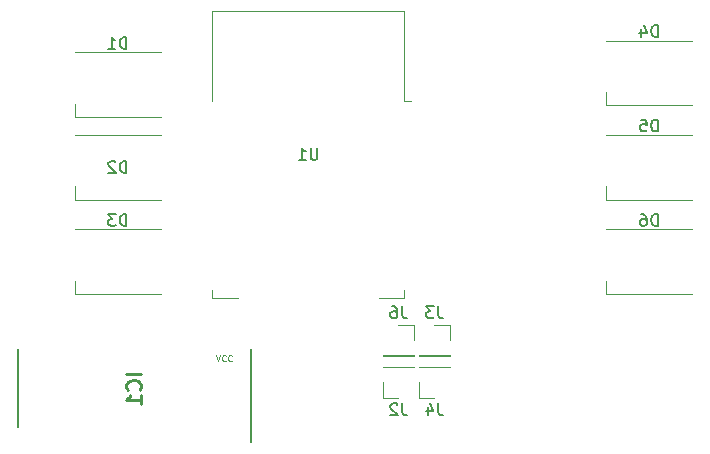
<source format=gbr>
%TF.GenerationSoftware,KiCad,Pcbnew,(6.0.0)*%
%TF.CreationDate,2022-04-27T16:55:33-04:00*%
%TF.ProjectId,ESP12SmallNightLight,45535031-3253-46d6-916c-6c4e69676874,rev?*%
%TF.SameCoordinates,Original*%
%TF.FileFunction,Legend,Bot*%
%TF.FilePolarity,Positive*%
%FSLAX46Y46*%
G04 Gerber Fmt 4.6, Leading zero omitted, Abs format (unit mm)*
G04 Created by KiCad (PCBNEW (6.0.0)) date 2022-04-27 16:55:33*
%MOMM*%
%LPD*%
G01*
G04 APERTURE LIST*
%ADD10C,0.125000*%
%ADD11C,0.150000*%
%ADD12C,0.254000*%
%ADD13C,0.120000*%
%ADD14C,0.200000*%
G04 APERTURE END LIST*
D10*
X96361333Y-73894190D02*
X96528000Y-74394190D01*
X96694666Y-73894190D01*
X97147047Y-74346571D02*
X97123238Y-74370380D01*
X97051809Y-74394190D01*
X97004190Y-74394190D01*
X96932761Y-74370380D01*
X96885142Y-74322761D01*
X96861333Y-74275142D01*
X96837523Y-74179904D01*
X96837523Y-74108476D01*
X96861333Y-74013238D01*
X96885142Y-73965619D01*
X96932761Y-73918000D01*
X97004190Y-73894190D01*
X97051809Y-73894190D01*
X97123238Y-73918000D01*
X97147047Y-73941809D01*
X97647047Y-74346571D02*
X97623238Y-74370380D01*
X97551809Y-74394190D01*
X97504190Y-74394190D01*
X97432761Y-74370380D01*
X97385142Y-74322761D01*
X97361333Y-74275142D01*
X97337523Y-74179904D01*
X97337523Y-74108476D01*
X97361333Y-74013238D01*
X97385142Y-73965619D01*
X97432761Y-73918000D01*
X97504190Y-73894190D01*
X97551809Y-73894190D01*
X97623238Y-73918000D01*
X97647047Y-73941809D01*
D11*
%TO.C,J6*%
X112093333Y-69766380D02*
X112093333Y-70480666D01*
X112140952Y-70623523D01*
X112236190Y-70718761D01*
X112379047Y-70766380D01*
X112474285Y-70766380D01*
X111188571Y-69766380D02*
X111379047Y-69766380D01*
X111474285Y-69814000D01*
X111521904Y-69861619D01*
X111617142Y-70004476D01*
X111664761Y-70194952D01*
X111664761Y-70575904D01*
X111617142Y-70671142D01*
X111569523Y-70718761D01*
X111474285Y-70766380D01*
X111283809Y-70766380D01*
X111188571Y-70718761D01*
X111140952Y-70671142D01*
X111093333Y-70575904D01*
X111093333Y-70337809D01*
X111140952Y-70242571D01*
X111188571Y-70194952D01*
X111283809Y-70147333D01*
X111474285Y-70147333D01*
X111569523Y-70194952D01*
X111617142Y-70242571D01*
X111664761Y-70337809D01*
D12*
%TO.C,IC1*%
X89982523Y-75468238D02*
X88712523Y-75468238D01*
X89861571Y-76798714D02*
X89922047Y-76738238D01*
X89982523Y-76556809D01*
X89982523Y-76435857D01*
X89922047Y-76254428D01*
X89801095Y-76133476D01*
X89680142Y-76073000D01*
X89438238Y-76012523D01*
X89256809Y-76012523D01*
X89014904Y-76073000D01*
X88893952Y-76133476D01*
X88773000Y-76254428D01*
X88712523Y-76435857D01*
X88712523Y-76556809D01*
X88773000Y-76738238D01*
X88833476Y-76798714D01*
X89982523Y-78008238D02*
X89982523Y-77282523D01*
X89982523Y-77645380D02*
X88712523Y-77645380D01*
X88893952Y-77524428D01*
X89014904Y-77403476D01*
X89075380Y-77282523D01*
D11*
%TO.C,U1*%
X104901904Y-56348380D02*
X104901904Y-57157904D01*
X104854285Y-57253142D01*
X104806666Y-57300761D01*
X104711428Y-57348380D01*
X104520952Y-57348380D01*
X104425714Y-57300761D01*
X104378095Y-57253142D01*
X104330476Y-57157904D01*
X104330476Y-56348380D01*
X103330476Y-57348380D02*
X103901904Y-57348380D01*
X103616190Y-57348380D02*
X103616190Y-56348380D01*
X103711428Y-56491238D01*
X103806666Y-56586476D01*
X103901904Y-56634095D01*
%TO.C,J4*%
X115141333Y-77982380D02*
X115141333Y-78696666D01*
X115188952Y-78839523D01*
X115284190Y-78934761D01*
X115427047Y-78982380D01*
X115522285Y-78982380D01*
X114236571Y-78315714D02*
X114236571Y-78982380D01*
X114474666Y-77934761D02*
X114712761Y-78649047D01*
X114093714Y-78649047D01*
%TO.C,D1*%
X88738095Y-47952380D02*
X88738095Y-46952380D01*
X88500000Y-46952380D01*
X88357142Y-47000000D01*
X88261904Y-47095238D01*
X88214285Y-47190476D01*
X88166666Y-47380952D01*
X88166666Y-47523809D01*
X88214285Y-47714285D01*
X88261904Y-47809523D01*
X88357142Y-47904761D01*
X88500000Y-47952380D01*
X88738095Y-47952380D01*
X87214285Y-47952380D02*
X87785714Y-47952380D01*
X87500000Y-47952380D02*
X87500000Y-46952380D01*
X87595238Y-47095238D01*
X87690476Y-47190476D01*
X87785714Y-47238095D01*
%TO.C,D4*%
X133738095Y-46952380D02*
X133738095Y-45952380D01*
X133500000Y-45952380D01*
X133357142Y-46000000D01*
X133261904Y-46095238D01*
X133214285Y-46190476D01*
X133166666Y-46380952D01*
X133166666Y-46523809D01*
X133214285Y-46714285D01*
X133261904Y-46809523D01*
X133357142Y-46904761D01*
X133500000Y-46952380D01*
X133738095Y-46952380D01*
X132309523Y-46285714D02*
X132309523Y-46952380D01*
X132547619Y-45904761D02*
X132785714Y-46619047D01*
X132166666Y-46619047D01*
%TO.C,J3*%
X115141333Y-69766380D02*
X115141333Y-70480666D01*
X115188952Y-70623523D01*
X115284190Y-70718761D01*
X115427047Y-70766380D01*
X115522285Y-70766380D01*
X114760380Y-69766380D02*
X114141333Y-69766380D01*
X114474666Y-70147333D01*
X114331809Y-70147333D01*
X114236571Y-70194952D01*
X114188952Y-70242571D01*
X114141333Y-70337809D01*
X114141333Y-70575904D01*
X114188952Y-70671142D01*
X114236571Y-70718761D01*
X114331809Y-70766380D01*
X114617523Y-70766380D01*
X114712761Y-70718761D01*
X114760380Y-70671142D01*
%TO.C,D3*%
X88738095Y-62952380D02*
X88738095Y-61952380D01*
X88500000Y-61952380D01*
X88357142Y-62000000D01*
X88261904Y-62095238D01*
X88214285Y-62190476D01*
X88166666Y-62380952D01*
X88166666Y-62523809D01*
X88214285Y-62714285D01*
X88261904Y-62809523D01*
X88357142Y-62904761D01*
X88500000Y-62952380D01*
X88738095Y-62952380D01*
X87833333Y-61952380D02*
X87214285Y-61952380D01*
X87547619Y-62333333D01*
X87404761Y-62333333D01*
X87309523Y-62380952D01*
X87261904Y-62428571D01*
X87214285Y-62523809D01*
X87214285Y-62761904D01*
X87261904Y-62857142D01*
X87309523Y-62904761D01*
X87404761Y-62952380D01*
X87690476Y-62952380D01*
X87785714Y-62904761D01*
X87833333Y-62857142D01*
%TO.C,D5*%
X133738095Y-54952380D02*
X133738095Y-53952380D01*
X133500000Y-53952380D01*
X133357142Y-54000000D01*
X133261904Y-54095238D01*
X133214285Y-54190476D01*
X133166666Y-54380952D01*
X133166666Y-54523809D01*
X133214285Y-54714285D01*
X133261904Y-54809523D01*
X133357142Y-54904761D01*
X133500000Y-54952380D01*
X133738095Y-54952380D01*
X132261904Y-53952380D02*
X132738095Y-53952380D01*
X132785714Y-54428571D01*
X132738095Y-54380952D01*
X132642857Y-54333333D01*
X132404761Y-54333333D01*
X132309523Y-54380952D01*
X132261904Y-54428571D01*
X132214285Y-54523809D01*
X132214285Y-54761904D01*
X132261904Y-54857142D01*
X132309523Y-54904761D01*
X132404761Y-54952380D01*
X132642857Y-54952380D01*
X132738095Y-54904761D01*
X132785714Y-54857142D01*
%TO.C,J2*%
X112093333Y-77982380D02*
X112093333Y-78696666D01*
X112140952Y-78839523D01*
X112236190Y-78934761D01*
X112379047Y-78982380D01*
X112474285Y-78982380D01*
X111664761Y-78077619D02*
X111617142Y-78030000D01*
X111521904Y-77982380D01*
X111283809Y-77982380D01*
X111188571Y-78030000D01*
X111140952Y-78077619D01*
X111093333Y-78172857D01*
X111093333Y-78268095D01*
X111140952Y-78410952D01*
X111712380Y-78982380D01*
X111093333Y-78982380D01*
%TO.C,D2*%
X88738095Y-58452380D02*
X88738095Y-57452380D01*
X88500000Y-57452380D01*
X88357142Y-57500000D01*
X88261904Y-57595238D01*
X88214285Y-57690476D01*
X88166666Y-57880952D01*
X88166666Y-58023809D01*
X88214285Y-58214285D01*
X88261904Y-58309523D01*
X88357142Y-58404761D01*
X88500000Y-58452380D01*
X88738095Y-58452380D01*
X87785714Y-57547619D02*
X87738095Y-57500000D01*
X87642857Y-57452380D01*
X87404761Y-57452380D01*
X87309523Y-57500000D01*
X87261904Y-57547619D01*
X87214285Y-57642857D01*
X87214285Y-57738095D01*
X87261904Y-57880952D01*
X87833333Y-58452380D01*
X87214285Y-58452380D01*
%TO.C,D6*%
X133738095Y-62952380D02*
X133738095Y-61952380D01*
X133500000Y-61952380D01*
X133357142Y-62000000D01*
X133261904Y-62095238D01*
X133214285Y-62190476D01*
X133166666Y-62380952D01*
X133166666Y-62523809D01*
X133214285Y-62714285D01*
X133261904Y-62809523D01*
X133357142Y-62904761D01*
X133500000Y-62952380D01*
X133738095Y-62952380D01*
X132309523Y-61952380D02*
X132500000Y-61952380D01*
X132595238Y-62000000D01*
X132642857Y-62047619D01*
X132738095Y-62190476D01*
X132785714Y-62380952D01*
X132785714Y-62761904D01*
X132738095Y-62857142D01*
X132690476Y-62904761D01*
X132595238Y-62952380D01*
X132404761Y-62952380D01*
X132309523Y-62904761D01*
X132261904Y-62857142D01*
X132214285Y-62761904D01*
X132214285Y-62523809D01*
X132261904Y-62428571D01*
X132309523Y-62380952D01*
X132404761Y-62333333D01*
X132595238Y-62333333D01*
X132690476Y-62380952D01*
X132738095Y-62428571D01*
X132785714Y-62523809D01*
D13*
%TO.C,J6*%
X113090000Y-71314000D02*
X111760000Y-71314000D01*
X113090000Y-72644000D02*
X113090000Y-71314000D01*
X113090000Y-73974000D02*
X110430000Y-73974000D01*
X110430000Y-73914000D02*
X110430000Y-73974000D01*
X113090000Y-73914000D02*
X113090000Y-73974000D01*
X113090000Y-73914000D02*
X110430000Y-73914000D01*
D14*
%TO.C,IC1*%
X99253000Y-81243000D02*
X99253000Y-73408000D01*
X79563000Y-80008000D02*
X79563000Y-73408000D01*
D13*
%TO.C,U1*%
X110140000Y-69016000D02*
X112260000Y-69016000D01*
X96020000Y-68396000D02*
X96020000Y-69016000D01*
X112260000Y-69016000D02*
X112260000Y-68396000D01*
X96020000Y-44776000D02*
X96020000Y-52396000D01*
X96020000Y-69016000D02*
X98140000Y-69016000D01*
X112260000Y-52396000D02*
X112260000Y-44776000D01*
X112260000Y-52396000D02*
X112870000Y-52396000D01*
X112260000Y-44776000D02*
X96020000Y-44776000D01*
%TO.C,J4*%
X113478000Y-77530000D02*
X114808000Y-77530000D01*
X113478000Y-74930000D02*
X116138000Y-74930000D01*
X113478000Y-76200000D02*
X113478000Y-77530000D01*
X113478000Y-74870000D02*
X116138000Y-74870000D01*
X113478000Y-74930000D02*
X113478000Y-74870000D01*
X116138000Y-74930000D02*
X116138000Y-74870000D01*
%TO.C,D1*%
X91650000Y-53750000D02*
X84350000Y-53750000D01*
X84350000Y-53750000D02*
X84350000Y-52600000D01*
X91650000Y-48250000D02*
X84350000Y-48250000D01*
%TO.C,D4*%
X136650000Y-52750000D02*
X129350000Y-52750000D01*
X129350000Y-52750000D02*
X129350000Y-51600000D01*
X136650000Y-47250000D02*
X129350000Y-47250000D01*
%TO.C,J3*%
X113478000Y-73914000D02*
X113478000Y-73974000D01*
X116138000Y-73914000D02*
X113478000Y-73914000D01*
X116138000Y-72644000D02*
X116138000Y-71314000D01*
X116138000Y-73914000D02*
X116138000Y-73974000D01*
X116138000Y-73974000D02*
X113478000Y-73974000D01*
X116138000Y-71314000D02*
X114808000Y-71314000D01*
%TO.C,D3*%
X84350000Y-68750000D02*
X84350000Y-67600000D01*
X91650000Y-63250000D02*
X84350000Y-63250000D01*
X91650000Y-68750000D02*
X84350000Y-68750000D01*
%TO.C,D5*%
X129350000Y-60750000D02*
X129350000Y-59600000D01*
X136650000Y-60750000D02*
X129350000Y-60750000D01*
X136650000Y-55250000D02*
X129350000Y-55250000D01*
%TO.C,J2*%
X110430000Y-74870000D02*
X113090000Y-74870000D01*
X110430000Y-77530000D02*
X111760000Y-77530000D01*
X110430000Y-76200000D02*
X110430000Y-77530000D01*
X110430000Y-74930000D02*
X113090000Y-74930000D01*
X113090000Y-74930000D02*
X113090000Y-74870000D01*
X110430000Y-74930000D02*
X110430000Y-74870000D01*
%TO.C,D2*%
X91650000Y-60750000D02*
X84350000Y-60750000D01*
X91650000Y-55250000D02*
X84350000Y-55250000D01*
X84350000Y-60750000D02*
X84350000Y-59600000D01*
%TO.C,D6*%
X129350000Y-68750000D02*
X129350000Y-67600000D01*
X136650000Y-63250000D02*
X129350000Y-63250000D01*
X136650000Y-68750000D02*
X129350000Y-68750000D01*
%TD*%
M02*

</source>
